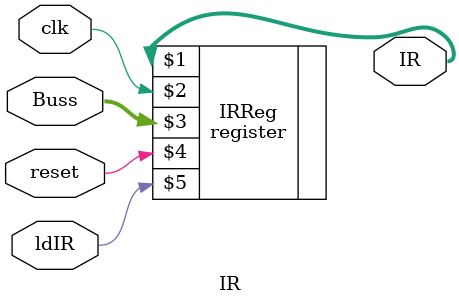
<source format=v>
`timescale 1ns / 1ps
module IR(
    input ldIR,
    input clk,
    input reset,
    input [15:0] Buss,
    output [15:0] IR
    );
	 
	 register IRReg(IR, clk, Buss, reset, ldIR);
	 
endmodule

</source>
